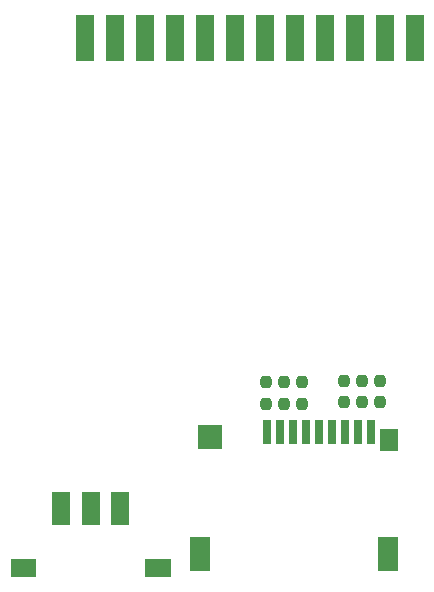
<source format=gbp>
%TF.GenerationSoftware,KiCad,Pcbnew,9.0.0-9.0.0-2~ubuntu24.04.1*%
%TF.CreationDate,2025-03-07T10:50:57+01:00*%
%TF.ProjectId,SensorBoard,53656e73-6f72-4426-9f61-72642e6b6963,rev?*%
%TF.SameCoordinates,Original*%
%TF.FileFunction,Paste,Bot*%
%TF.FilePolarity,Positive*%
%FSLAX46Y46*%
G04 Gerber Fmt 4.6, Leading zero omitted, Abs format (unit mm)*
G04 Created by KiCad (PCBNEW 9.0.0-9.0.0-2~ubuntu24.04.1) date 2025-03-07 10:50:57*
%MOMM*%
%LPD*%
G01*
G04 APERTURE LIST*
G04 Aperture macros list*
%AMRoundRect*
0 Rectangle with rounded corners*
0 $1 Rounding radius*
0 $2 $3 $4 $5 $6 $7 $8 $9 X,Y pos of 4 corners*
0 Add a 4 corners polygon primitive as box body*
4,1,4,$2,$3,$4,$5,$6,$7,$8,$9,$2,$3,0*
0 Add four circle primitives for the rounded corners*
1,1,$1+$1,$2,$3*
1,1,$1+$1,$4,$5*
1,1,$1+$1,$6,$7*
1,1,$1+$1,$8,$9*
0 Add four rect primitives between the rounded corners*
20,1,$1+$1,$2,$3,$4,$5,0*
20,1,$1+$1,$4,$5,$6,$7,0*
20,1,$1+$1,$6,$7,$8,$9,0*
20,1,$1+$1,$8,$9,$2,$3,0*%
G04 Aperture macros list end*
%ADD10R,1.500000X4.000000*%
%ADD11RoundRect,0.237500X0.237500X-0.250000X0.237500X0.250000X-0.237500X0.250000X-0.237500X-0.250000X0*%
%ADD12RoundRect,0.240000X-0.560000X-0.560000X0.560000X-0.560000X0.560000X0.560000X-0.560000X0.560000X0*%
%ADD13RoundRect,0.240000X-0.560000X-0.710000X0.560000X-0.710000X0.560000X0.710000X-0.560000X0.710000X0*%
%ADD14R,0.700000X2.000000*%
%ADD15R,1.600000X1.900000*%
%ADD16R,1.700000X3.000000*%
%ADD17R,2.100000X2.000000*%
G04 APERTURE END LIST*
D10*
X149305000Y-92870000D03*
X151845000Y-92870000D03*
X154385000Y-92870000D03*
X156925000Y-92870000D03*
X159465000Y-92870000D03*
X162005000Y-92870000D03*
X164545000Y-92870000D03*
X167085000Y-92870000D03*
X169625000Y-92870000D03*
X172165000Y-92870000D03*
X174705000Y-92870000D03*
X177245000Y-92870000D03*
D11*
X172729000Y-123726500D03*
X172729000Y-121901500D03*
D12*
X143796982Y-137783025D03*
X144396982Y-137783025D03*
X155196982Y-137783025D03*
X155796982Y-137783025D03*
D13*
X147296982Y-132283025D03*
X147296982Y-133133025D03*
X149796982Y-132283025D03*
X149796982Y-133133025D03*
X152296982Y-132283025D03*
X152296982Y-133133025D03*
D11*
X167649000Y-123830000D03*
X167649000Y-122005000D03*
X174253000Y-123726500D03*
X174253000Y-121901500D03*
X164651800Y-123828100D03*
X164651800Y-122003100D03*
D14*
X164763000Y-126230000D03*
X165863000Y-126230000D03*
X166963000Y-126230000D03*
X168063000Y-126230000D03*
X169163000Y-126230000D03*
X170263000Y-126230000D03*
X171363000Y-126230000D03*
X172463000Y-126230000D03*
X173563000Y-126230000D03*
D15*
X175063000Y-126930000D03*
D16*
X175013000Y-136530000D03*
D17*
X159913000Y-126630000D03*
D16*
X159013000Y-136530000D03*
D11*
X171205000Y-123726500D03*
X171205000Y-121901500D03*
X166150400Y-123830000D03*
X166150400Y-122005000D03*
M02*

</source>
